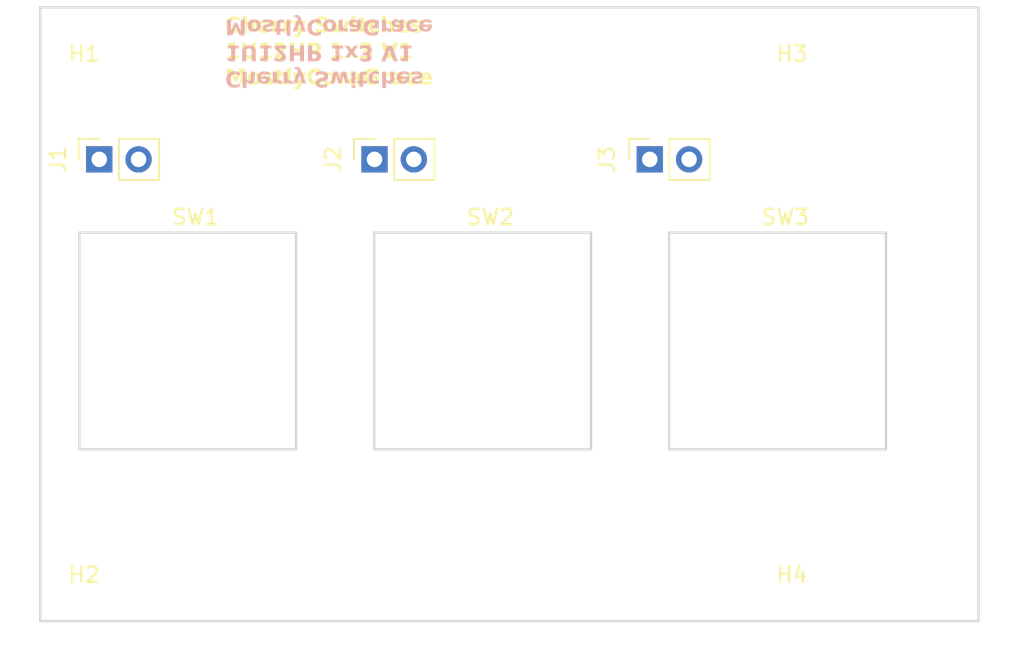
<source format=kicad_pcb>
(kicad_pcb (version 20240108) (generator "pcbnew") (generator_version "8.0")
  (layers (0 "F.Cu" signal) (31 "B.Cu" signal) (34 "B.Paste" user) (35 "F.Paste" user) (36 "B.SilkS" user "B.Silkscreen") (37 "F.SilkS" user "F.Silkscreen") (38 "B.Mask" user) (39 "F.Mask" user) (44 "Edge.Cuts" user))
  (net 0 "")
  (footprint "EXC:SW_Cherry_MX_1.00u_Mount" (layer "F.Cu") (at 47.625 23.975)
    (property "Reference" "SW3" (at 0.5 -8 0) (layer "F.SilkS"))
    (property "Value" "SW_SPST_MOUNT")
    (fp_rect (start -7 -7) (end 7 7) (stroke (width 0.15)) (fill none) (layer "Edge.Cuts"))
  )
  (footprint "Connector_PinSocket_2.54mm:PinSocket_1x02_P2.54mm_Vertical" (layer "F.Cu") (at 3.81 12.245 90)
    (property "Reference" "J1" (at 0 -2.667 90) (layer "F.SilkS"))
    (property "Value" "Conn_01x02_Socket")
    (fp_line (start 1.33 -1.33) (end 1.33 0) (stroke (width 0.12)) (layer "F.SilkS"))
    (fp_line (start 0 -1.33) (end 1.33 -1.33) (stroke (width 0.12)) (layer "F.SilkS"))
    (fp_line (start 1.33 1.27) (end 1.33 3.87) (stroke (width 0.12)) (layer "F.SilkS"))
    (fp_line (start -1.33 1.27) (end 1.33 1.27) (stroke (width 0.12)) (layer "F.SilkS"))
    (fp_line (start -1.33 1.27) (end -1.33 3.87) (stroke (width 0.12)) (layer "F.SilkS"))
    (fp_line (start -1.33 3.87) (end 1.33 3.87) (stroke (width 0.12)) (layer "F.SilkS"))
    (pad "1" thru_hole rect (at 0 0 90) (size 1.7 1.7) (drill 1) (layers "*.Cu" "*.Mask"))
    (pad "2" thru_hole oval (at 0 2.54 90) (size 1.7 1.7) (drill 1) (layers "*.Cu" "*.Mask"))
  )
  (footprint "EXC:SW_Cherry_MX_1.00u_Mount" (layer "F.Cu") (at 9.525 23.975)
    (property "Reference" "SW1" (at 0.5 -8 0) (layer "F.SilkS"))
    (property "Value" "SW_SPST_MOUNT")
    (fp_rect (start -7 -7) (end 7 7) (stroke (width 0.15)) (fill none) (layer "Edge.Cuts"))
  )
  (footprint "EXC:MountingHole_3.2mm_M3" (layer "F.Cu") (at 7.62 5.425)
    (property "Reference" "H1" (at -3.683 0 0) (layer "F.SilkS") (effects (justify right)))
    (property "Value" "Eurorack_M3_MountingHole")
    (pad "" np_thru_hole oval (at 0 0) (size 4.8 3.2) (drill oval 4.8 3.2) (layers "F&B.Cu" "*.Mask"))
  )
  (footprint "EXC:MountingHole_3.2mm_M3" (layer "F.Cu") (at 53.34 5.425)
    (property "Reference" "H3" (at -3.683 0 0) (layer "F.SilkS") (effects (justify right)))
    (property "Value" "Eurorack_M3_MountingHole")
    (pad "" np_thru_hole oval (at 0 0) (size 4.8 3.2) (drill oval 4.8 3.2) (layers "F&B.Cu" "*.Mask"))
  )
  (footprint "Connector_PinSocket_2.54mm:PinSocket_1x02_P2.54mm_Vertical" (layer "F.Cu") (at 21.59 12.245 90)
    (property "Reference" "J2" (at 0 -2.667 90) (layer "F.SilkS"))
    (property "Value" "Conn_01x02_Socket")
    (fp_line (start 1.33 -1.33) (end 1.33 0) (stroke (width 0.12)) (layer "F.SilkS"))
    (fp_line (start 0 -1.33) (end 1.33 -1.33) (stroke (width 0.12)) (layer "F.SilkS"))
    (fp_line (start 1.33 1.27) (end 1.33 3.87) (stroke (width 0.12)) (layer "F.SilkS"))
    (fp_line (start -1.33 1.27) (end 1.33 1.27) (stroke (width 0.12)) (layer "F.SilkS"))
    (fp_line (start -1.33 1.27) (end -1.33 3.87) (stroke (width 0.12)) (layer "F.SilkS"))
    (fp_line (start -1.33 3.87) (end 1.33 3.87) (stroke (width 0.12)) (layer "F.SilkS"))
    (pad "1" thru_hole rect (at 0 0 90) (size 1.7 1.7) (drill 1) (layers "*.Cu" "*.Mask"))
    (pad "2" thru_hole oval (at 0 2.54 90) (size 1.7 1.7) (drill 1) (layers "*.Cu" "*.Mask"))
  )
  (footprint "EXC:MountingHole_3.2mm_M3" (layer "F.Cu") (at 7.62 39.075)
    (property "Reference" "H2" (at -3.683 0 0) (layer "F.SilkS") (effects (justify right)))
    (property "Value" "Eurorack_M3_MountingHole")
    (pad "" np_thru_hole oval (at 0 0) (size 4.8 3.2) (drill oval 4.8 3.2) (layers "F&B.Cu" "*.Mask"))
  )
  (footprint "Connector_PinSocket_2.54mm:PinSocket_1x02_P2.54mm_Vertical" (layer "F.Cu") (at 39.37 12.245 90)
    (property "Reference" "J3" (at 0 -2.77 90) (layer "F.SilkS"))
    (property "Value" "Conn_01x02_Socket")
    (fp_line (start 1.33 -1.33) (end 1.33 0) (stroke (width 0.12)) (layer "F.SilkS"))
    (fp_line (start 0 -1.33) (end 1.33 -1.33) (stroke (width 0.12)) (layer "F.SilkS"))
    (fp_line (start 1.33 1.27) (end 1.33 3.87) (stroke (width 0.12)) (layer "F.SilkS"))
    (fp_line (start -1.33 1.27) (end 1.33 1.27) (stroke (width 0.12)) (layer "F.SilkS"))
    (fp_line (start -1.33 1.27) (end -1.33 3.87) (stroke (width 0.12)) (layer "F.SilkS"))
    (fp_line (start -1.33 3.87) (end 1.33 3.87) (stroke (width 0.12)) (layer "F.SilkS"))
    (pad "1" thru_hole rect (at 0 0 90) (size 1.7 1.7) (drill 1) (layers "*.Cu" "*.Mask"))
    (pad "2" thru_hole oval (at 0 2.54 90) (size 1.7 1.7) (drill 1) (layers "*.Cu" "*.Mask"))
  )
  (footprint "EXC:MountingHole_3.2mm_M3" (layer "F.Cu") (at 53.34 39.075)
    (property "Reference" "H4" (at -3.683 0 0) (layer "F.SilkS") (effects (justify right)))
    (property "Value" "Eurorack_M3_MountingHole")
    (pad "" np_thru_hole oval (at 0 0) (size 4.8 3.2) (drill oval 4.8 3.2) (layers "F&B.Cu" "*.Mask"))
  )
  (footprint "EXC:SW_Cherry_MX_1.00u_Mount" (layer "F.Cu") (at 28.575 23.975)
    (property "Reference" "SW2" (at 0.5 -8 0) (layer "F.SilkS"))
    (property "Value" "SW_SPST_MOUNT")
    (fp_rect (start -7 -7) (end 7 7) (stroke (width 0.15)) (fill none) (layer "Edge.Cuts"))
  )
  (gr_rect (start 0 2.425) (end 60.6 42.075) (stroke (width 0.15)) (fill none) (layer "Edge.Cuts"))
  (gr_text "Cherry Switches\n1U12HP 1x3 V1\nMostlyCoraGrace" (at 11.938 3.048 180) (layer "B.SilkS") (effects (font (size 1 1) (thickness 0.25) (bold yes)) (justify left bottom mirror)))
  (gr_text "Cherry Switches\n1U12HP 1x3 V1\nMostlyCoraGrace" (at 11.938 3.048 0) (layer "F.SilkS") (effects (font (size 1 1) (thickness 0.25) (bold yes)) (justify left top)))
)
</source>
